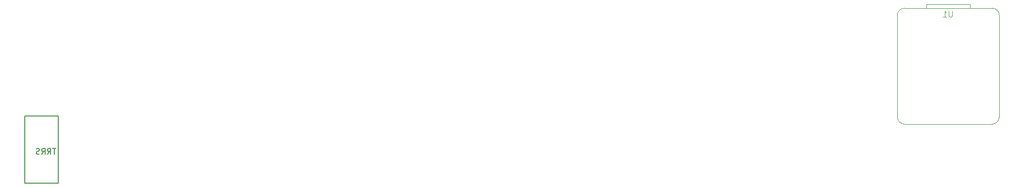
<source format=gbr>
%TF.GenerationSoftware,KiCad,Pcbnew,(7.0.0)*%
%TF.CreationDate,2023-02-28T11:25:28+09:00*%
%TF.ProjectId,sgkb-right,73676b62-2d72-4696-9768-742e6b696361,rev?*%
%TF.SameCoordinates,Original*%
%TF.FileFunction,Legend,Bot*%
%TF.FilePolarity,Positive*%
%FSLAX46Y46*%
G04 Gerber Fmt 4.6, Leading zero omitted, Abs format (unit mm)*
G04 Created by KiCad (PCBNEW (7.0.0)) date 2023-02-28 11:25:28*
%MOMM*%
%LPD*%
G01*
G04 APERTURE LIST*
%ADD10C,0.150000*%
%ADD11C,0.100000*%
G04 APERTURE END LIST*
D10*
%TO.C,J1*%
X43786904Y-62722380D02*
X43215476Y-62722380D01*
X43501190Y-63722380D02*
X43501190Y-62722380D01*
X42310714Y-63722380D02*
X42644047Y-63246190D01*
X42882142Y-63722380D02*
X42882142Y-62722380D01*
X42882142Y-62722380D02*
X42501190Y-62722380D01*
X42501190Y-62722380D02*
X42405952Y-62770000D01*
X42405952Y-62770000D02*
X42358333Y-62817619D01*
X42358333Y-62817619D02*
X42310714Y-62912857D01*
X42310714Y-62912857D02*
X42310714Y-63055714D01*
X42310714Y-63055714D02*
X42358333Y-63150952D01*
X42358333Y-63150952D02*
X42405952Y-63198571D01*
X42405952Y-63198571D02*
X42501190Y-63246190D01*
X42501190Y-63246190D02*
X42882142Y-63246190D01*
X41310714Y-63722380D02*
X41644047Y-63246190D01*
X41882142Y-63722380D02*
X41882142Y-62722380D01*
X41882142Y-62722380D02*
X41501190Y-62722380D01*
X41501190Y-62722380D02*
X41405952Y-62770000D01*
X41405952Y-62770000D02*
X41358333Y-62817619D01*
X41358333Y-62817619D02*
X41310714Y-62912857D01*
X41310714Y-62912857D02*
X41310714Y-63055714D01*
X41310714Y-63055714D02*
X41358333Y-63150952D01*
X41358333Y-63150952D02*
X41405952Y-63198571D01*
X41405952Y-63198571D02*
X41501190Y-63246190D01*
X41501190Y-63246190D02*
X41882142Y-63246190D01*
X40929761Y-63674761D02*
X40786904Y-63722380D01*
X40786904Y-63722380D02*
X40548809Y-63722380D01*
X40548809Y-63722380D02*
X40453571Y-63674761D01*
X40453571Y-63674761D02*
X40405952Y-63627142D01*
X40405952Y-63627142D02*
X40358333Y-63531904D01*
X40358333Y-63531904D02*
X40358333Y-63436666D01*
X40358333Y-63436666D02*
X40405952Y-63341428D01*
X40405952Y-63341428D02*
X40453571Y-63293809D01*
X40453571Y-63293809D02*
X40548809Y-63246190D01*
X40548809Y-63246190D02*
X40739285Y-63198571D01*
X40739285Y-63198571D02*
X40834523Y-63150952D01*
X40834523Y-63150952D02*
X40882142Y-63103333D01*
X40882142Y-63103333D02*
X40929761Y-63008095D01*
X40929761Y-63008095D02*
X40929761Y-62912857D01*
X40929761Y-62912857D02*
X40882142Y-62817619D01*
X40882142Y-62817619D02*
X40834523Y-62770000D01*
X40834523Y-62770000D02*
X40739285Y-62722380D01*
X40739285Y-62722380D02*
X40501190Y-62722380D01*
X40501190Y-62722380D02*
X40358333Y-62770000D01*
D11*
%TO.C,U1*%
X200061904Y-38667380D02*
X200061904Y-39476904D01*
X200061904Y-39476904D02*
X200014285Y-39572142D01*
X200014285Y-39572142D02*
X199966666Y-39619761D01*
X199966666Y-39619761D02*
X199871428Y-39667380D01*
X199871428Y-39667380D02*
X199680952Y-39667380D01*
X199680952Y-39667380D02*
X199585714Y-39619761D01*
X199585714Y-39619761D02*
X199538095Y-39572142D01*
X199538095Y-39572142D02*
X199490476Y-39476904D01*
X199490476Y-39476904D02*
X199490476Y-38667380D01*
X198490476Y-39667380D02*
X199061904Y-39667380D01*
X198776190Y-39667380D02*
X198776190Y-38667380D01*
X198776190Y-38667380D02*
X198871428Y-38810238D01*
X198871428Y-38810238D02*
X198966666Y-38905476D01*
X198966666Y-38905476D02*
X199061904Y-38953095D01*
D10*
%TO.C,J1*%
X44175000Y-68805000D02*
X44175000Y-57055000D01*
X44175000Y-57055000D02*
X38375000Y-57055000D01*
X38375000Y-68805000D02*
X44175000Y-68805000D01*
X38375000Y-57055000D02*
X38375000Y-68805000D01*
D11*
%TO.C,U1*%
X208300000Y-39420000D02*
X208300000Y-57200000D01*
X207030000Y-38150000D02*
X191790000Y-38150000D01*
X191790000Y-58470000D02*
X207030000Y-58470000D01*
X190520000Y-57200000D02*
X190520000Y-39420000D01*
X203220000Y-37515000D02*
X195600000Y-37515000D01*
X195600000Y-37515000D02*
X195600000Y-38150000D01*
X195600000Y-38150000D02*
X203220000Y-38150000D01*
X203220000Y-38150000D02*
X203220000Y-37515000D01*
X207030000Y-58470000D02*
G75*
G03*
X208300000Y-57200000I1J1269999D01*
G01*
X208300000Y-39420000D02*
G75*
G03*
X207030000Y-38150000I-1269999J1D01*
G01*
X190520000Y-57200000D02*
G75*
G03*
X191790000Y-58470000I1270000J0D01*
G01*
X191790000Y-38150000D02*
G75*
G03*
X190520000Y-39420000I0J-1270000D01*
G01*
%TD*%
M02*

</source>
